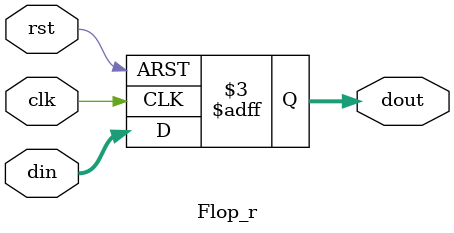
<source format=v>
`timescale 1ns / 1ps

module Flop_r #(parameter WIDTH = 32)(
    /*
		Ä£¿éÃû³Æ£ºFlop_r
		Ä£¿é¹¦ÄÜ£º´ø rst µÄ D ´¥·¢Æ÷
		ÊäÈë¶Ë¿Ú£º
			clk         Ê±ÖÓÐÅºÅ
			rst         ¸´Î»ÐÅºÅ¡£1-Õý³£¹¤×÷£¬0-Êä³ö¸´Î»Îª 0
			din         ÊäÈë
		Êä³ö¶Ë¿Ú£º
			dout        Êä³ö
	*/

    input                                   clk,
    input                                   rst,
    input               [WIDTH - 1 : 0]     din,

    output      reg     [WIDTH - 1 : 0]     dout
    );


    always @ (posedge clk or negedge rst) begin
        if (!rst)   dout <= 0;
        else        dout <= din;
    end

endmodule
</source>
